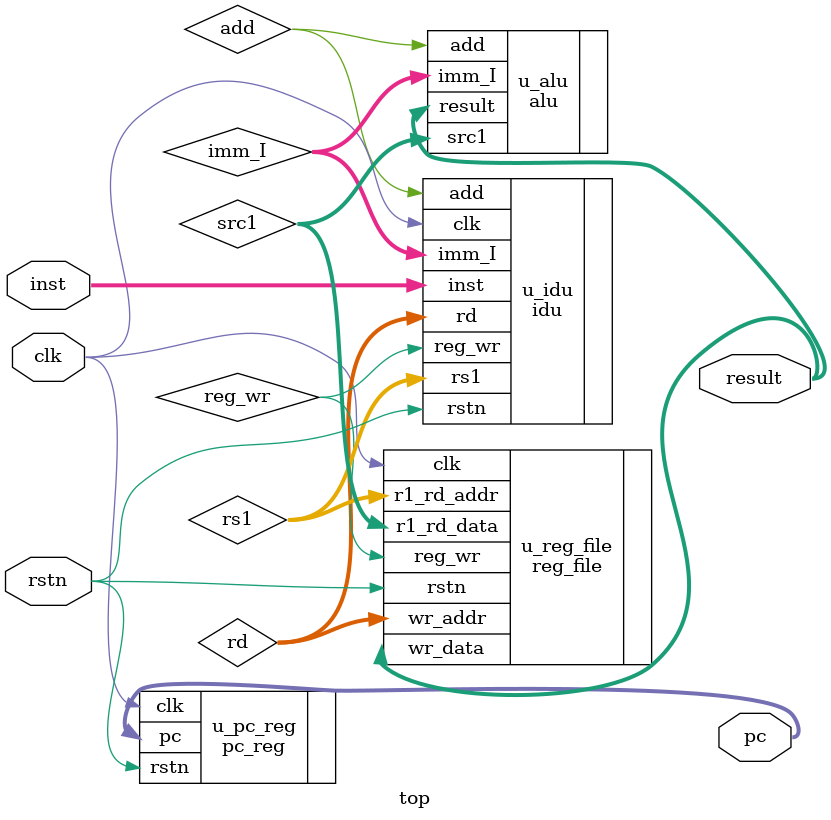
<source format=v>
module top(
  input clk,
  input rstn,
  input [31:0] inst,
  output wire [31:0] pc,
  output wire [63:0] result
);

//wire [31:0] pc;
//wire [31:0] pc;

//idu
wire [4:0] rs1;
wire [4:0] rd;
wire [63:0] imm_I;
wire reg_wr;
wire add;

//reg_file
wire [63:0] src1;

//alu
//wire [63:0] result;

//pc_reg
pc_reg u_pc_reg(
  .clk (clk),
  .rstn (rstn),
  .pc (pc)
);

//idu
idu u_idu(
  .clk  (clk),
  .rstn (rstn),
  .inst (inst),
  .rs1 (rs1),
  .rd (rd),
  .imm_I (imm_I),
  .reg_wr (reg_wr),
  .add (add)
);

//reg_file
reg_file u_reg_file(
  .clk (clk),
  .rstn (rstn),
  .r1_rd_addr (rs1),
  .reg_wr (reg_wr),
  .wr_addr (rd),
  .wr_data (result),
  .r1_rd_data (src1)
);

//alu
alu u_alu(
  //.clk (clk),
  //.rstn (rstn),
  .src1 (src1),
  .imm_I (imm_I),
  .add (add),
  .result (result)
);

endmodule

</source>
